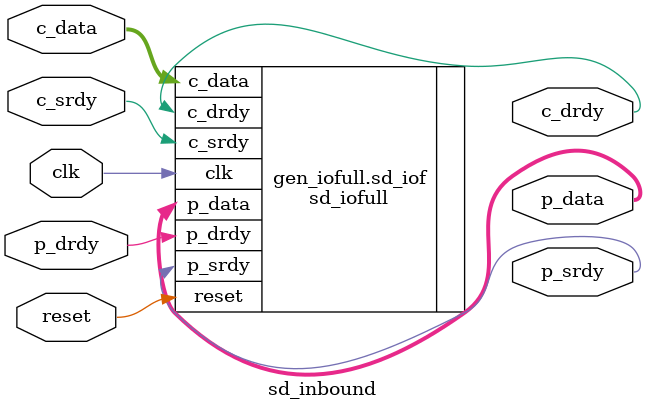
<source format=v>

module sd_inbound
  #(parameter width=8,
    parameter depth=8,
    parameter delay=0)
    (
     input       clk,
     input       reset,
     input       c_srdy,
     output reg     c_drdy,
     input [width-1:0] c_data,

     output      p_srdy,
     input       p_drdy,
     output  [width-1:0] p_data
     );

  generate if (delay == 0)
    begin : gen_iofull
      sd_iofull #(/*AUTOINSTPARAM*/
                  // Parameters
                  .width                (width))
      sd_iof
        (/*AUTOINST*/
         // Outputs
         .c_drdy                        (c_drdy),
         .p_srdy                        (p_srdy),
         .p_data                        (p_data[width-1:0]),
         // Inputs
         .clk                           (clk),
         .reset                         (reset),
         .c_srdy                        (c_srdy),
         .c_data                        (c_data[width-1:0]),
         .p_drdy                        (p_drdy));
    end
  else
    begin : gen_dfc
      dfc_receiver #(/*AUTOINSTPARAM*/
                     // Parameters
                     .width             (width),
                     .depth             (depth),
                     .delay             (delay))
      dfc_rx
        (/*AUTOINST*/
         // Outputs
         .c_drdy                        (c_drdy),
         .p_srdy                        (p_srdy),
         .p_data                        (p_data[width-1:0]),
         // Inputs
         .clk                           (clk),
         .reset                         (reset),
         .c_srdy                        (c_srdy),
         .c_data                        (c_data[width-1:0]),
         .p_drdy                        (p_drdy));
    end
  endgenerate
  
endmodule // dfc_receiver
// Local Variables:
// verilog-library-directories:("." "../closure")
// End:

</source>
